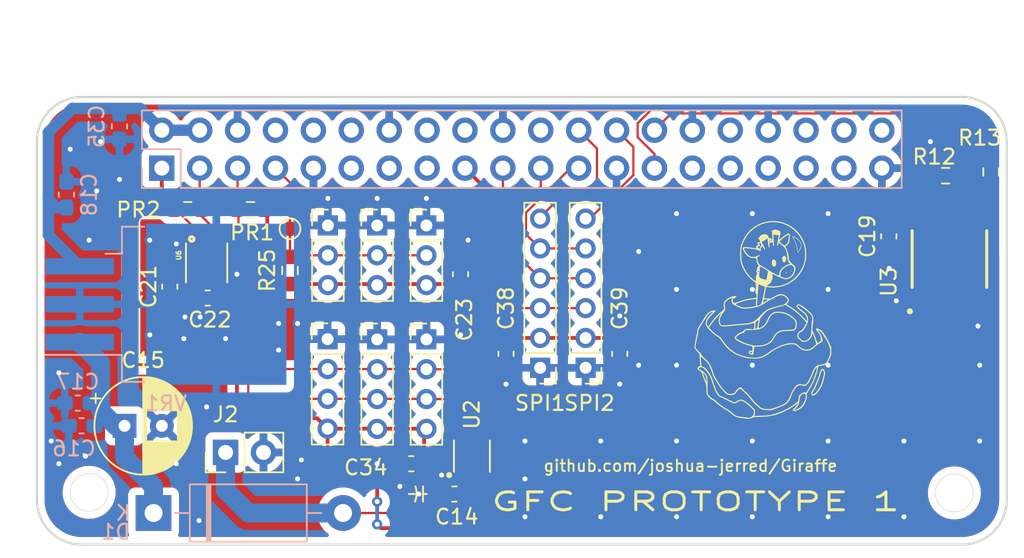
<source format=kicad_pcb>
(kicad_pcb (version 20211014) (generator pcbnew)
  (layers (0 "F.Cu" signal "Front") (31 "B.Cu" signal "Back") (34 "B.Paste" user) (35 "F.Paste" user) (36 "B.SilkS" user "B.Silkscreen") (37 "F.SilkS" user "F.Silkscreen") (38 "B.Mask" user) (39 "F.Mask" user) (44 "Edge.Cuts" user))
  (net 0 "")
  (net 1 "VCC")
  (net 2 "GND")
  (net 3 "+3V3")
  (net 4 "+5V")
  (net 5 "I2C0.SDA")
  (net 6 "I2C0.SCL")
  (net 7 "1-Wire")
  (net 8 "SPI0.MOSI")
  (net 9 "SPI0.MISO")
  (net 10 "SPI0.SCLK")
  (net 11 "SPI0.CE0")
  (net 12 "SPI0.CE1")
  (net 13 "EEPROM.SDA")
  (net 14 "EEPROM.SCL")
  (net 15 "/GFC_HAT/Power/VCC_P")
  (net 21 "/GFC_HAT/Status LED GPIO")
  (footprint "Capacitor_SMD:C_0603_1608Metric_Pad1.08x0.95mm_HandSolder" (layer "F.Cu") (at 90.424 47.244 90)
    (fp_text reference "C19" (at 0 -1.43 90) (layer "F.SilkS"))
    (fp_text value "0.1uF")
    (pad "1" smd roundrect (at -0.8625 0 90) (size 1.075 0.95) (layers "F.Cu" "F.Paste" "F.Mask") (net 2 "GND"))
    (pad "2" smd roundrect (at 0.8625 0 90) (size 1.075 0.95) (layers "F.Cu" "F.Paste" "F.Mask") (net 3 "+3V3"))
  )
  (footprint "Connector_PinHeader_2.00mm:PinHeader_1x03_P2.00mm_Vertical" (layer "F.Cu") (at 59.436 46.514)
    (fp_text reference "TMP2" hide)
    (fp_text value "1-Wire Bus")
    (pad "1" thru_hole rect (at 0 0) (size 1.35 1.35) (drill 0.8) (layers *.Cu *.Mask) (net 2 "GND"))
    (pad "2" thru_hole oval (at 0 2) (size 1.35 1.35) (drill 0.8) (layers *.Cu *.Mask) (net 7 "1-Wire"))
    (pad "3" thru_hole oval (at 0 4) (size 1.35 1.35) (drill 0.8) (layers *.Cu *.Mask) (net 3 "+3V3"))
  )
  (footprint "Resistor_SMD:R_0603_1608Metric_Pad0.98x0.95mm_HandSolder" (layer "F.Cu") (at 50.292 49.53 -90)
    (fp_text reference "R25" (at 0 1.524 90) (layer "F.SilkS"))
    (fp_text value "4.7k")
    (pad "1" smd roundrect (at -0.9125 0 270) (size 0.975 0.95) (layers "F.Cu" "F.Paste" "F.Mask") (net 7 "1-Wire"))
    (pad "2" smd roundrect (at 0.9125 0 270) (size 0.975 0.95) (layers "F.Cu" "F.Paste" "F.Mask") (net 3 "+3V3"))
  )
  (footprint "Resistor_SMD:R_0603_1608Metric_Pad0.98x0.95mm_HandSolder" (layer "F.Cu") (at 94.234 43.18 180)
    (fp_text reference "R12" (at 0.762 1.27) (layer "F.SilkS"))
    (fp_text value "3.9K")
    (pad "1" smd roundrect (at -0.9125 0 180) (size 0.975 0.95) (layers "F.Cu" "F.Paste" "F.Mask") (net 14 "EEPROM.SCL"))
    (pad "2" smd roundrect (at 0.9125 0 180) (size 0.975 0.95) (layers "F.Cu" "F.Paste" "F.Mask") (net 3 "+3V3"))
  )
  (footprint "footprints:SOIC127P600X175-8N" (layer "F.Cu") (at 94.488 48.768 90)
    (fp_text reference "U3" (at -1.524 -4.064 90) (layer "F.SilkS") (effects (font (size 1.001819 1.001819))))
    (fp_text value "CAT24C32WI-GT3")
    (pad "1" smd rect locked (at -2.6 -1.905) (size 0.6 2.2) (layers "F.Cu" "F.Paste" "F.Mask") (net 2 "GND"))
    (pad "2" smd rect locked (at -2.6 -0.635) (size 0.6 2.2) (layers "F.Cu" "F.Paste" "F.Mask") (net 2 "GND"))
    (pad "3" smd rect locked (at -2.6 0.635) (size 0.6 2.2) (layers "F.Cu" "F.Paste" "F.Mask") (net 2 "GND"))
    (pad "4" smd rect locked (at -2.6 1.905) (size 0.6 2.2) (layers "F.Cu" "F.Paste" "F.Mask") (net 2 "GND"))
    (pad "5" smd rect locked (at 2.6 1.905) (size 0.6 2.2) (layers "F.Cu" "F.Paste" "F.Mask") (net 13 "EEPROM.SDA"))
    (pad "6" smd rect locked (at 2.6 0.635) (size 0.6 2.2) (layers "F.Cu" "F.Paste" "F.Mask") (net 14 "EEPROM.SCL"))
    (pad "7" smd rect locked (at 2.6 -0.635) (size 0.6 2.2) (layers "F.Cu" "F.Paste" "F.Mask"))
    (pad "8" smd rect locked (at 2.6 -1.905) (size 0.6 2.2) (layers "F.Cu" "F.Paste" "F.Mask") (net 3 "+3V3"))
  )
  (footprint "Resistor_SMD:R_0603_1608Metric_Pad0.98x0.95mm_HandSolder" (layer "F.Cu") (at 47.6485 45.466 180)
    (fp_text reference "PR1" (at -0.1035 -1.524) (layer "F.SilkS"))
    (fp_text value "R")
    (pad "1" smd roundrect (at -0.9125 0 180) (size 0.975 0.95) (layers "F.Cu" "F.Paste" "F.Mask") (net 3 "+3V3"))
    (pad "2" smd roundrect (at 0.9125 0 180) (size 0.975 0.95) (layers "F.Cu" "F.Paste" "F.Mask") (net 6 "I2C0.SCL"))
  )
  (footprint "Capacitor_SMD:C_0603_1608Metric_Pad1.08x0.95mm_HandSolder" (layer "F.Cu") (at 72.39 55.118 90)
    (fp_text reference "C39" (at 3.048 0 90) (layer "F.SilkS"))
    (fp_text value "0.1uF")
    (pad "1" smd roundrect (at -0.8625 0 90) (size 1.075 0.95) (layers "F.Cu" "F.Paste" "F.Mask") (net 2 "GND"))
    (pad "2" smd roundrect (at 0.8625 0 90) (size 1.075 0.95) (layers "F.Cu" "F.Paste" "F.Mask") (net 3 "+3V3"))
  )
  (footprint "Capacitor_SMD:C_0603_1608Metric_Pad1.08x0.95mm_HandSolder" (layer "F.Cu") (at 61.3145 64.516 180)
    (fp_text reference "C14" (at -0.1535 -1.524) (layer "F.SilkS"))
    (fp_text value "0.1uF")
    (pad "1" smd roundrect (at -0.8625 0 180) (size 1.075 0.95) (layers "F.Cu" "F.Paste" "F.Mask") (net 1 "VCC"))
    (pad "2" smd roundrect (at 0.8625 0 180) (size 1.075 0.95) (layers "F.Cu" "F.Paste" "F.Mask") (net 2 "GND"))
  )
  (footprint "Capacitor_SMD:C_0603_1608Metric_Pad1.08x0.95mm_HandSolder" (layer "F.Cu") (at 64.77 55.118 90)
    (fp_text reference "C38" (at 3.048 0 90) (layer "F.SilkS"))
    (fp_text value "0.1uF")
    (pad "1" smd roundrect (at -0.8625 0 90) (size 1.075 0.95) (layers "F.Cu" "F.Paste" "F.Mask") (net 2 "GND"))
    (pad "2" smd roundrect (at 0.8625 0 90) (size 1.075 0.95) (layers "F.Cu" "F.Paste" "F.Mask") (net 3 "+3V3"))
  )
  (footprint "Connector_PinHeader_2.00mm:PinHeader_1x04_P2.00mm_Vertical" (layer "F.Cu") (at 59.436 54.15)
    (fp_text reference "I2C2" hide)
    (fp_text value "I2C0")
    (pad "1" thru_hole rect (at 0 0) (size 1.35 1.35) (drill 0.8) (layers *.Cu *.Mask) (net 2 "GND"))
    (pad "2" thru_hole oval (at 0 2) (size 1.35 1.35) (drill 0.8) (layers *.Cu *.Mask) (net 6 "I2C0.SCL"))
    (pad "3" thru_hole oval (at 0 4) (size 1.35 1.35) (drill 0.8) (layers *.Cu *.Mask) (net 5 "I2C0.SDA"))
    (pad "4" thru_hole oval (at 0 6) (size 1.35 1.35) (drill 0.8) (layers *.Cu *.Mask) (net 3 "+3V3"))
  )
  (footprint "Resistor_SMD:R_0603_1608Metric_Pad0.98x0.95mm_HandSolder" (layer "F.Cu") (at 43.434 45.466)
    (fp_text reference "PR2" (at -3.302 0) (layer "F.SilkS"))
    (fp_text value "R")
    (pad "1" smd roundrect (at -0.9125 0) (size 0.975 0.95) (layers "F.Cu" "F.Paste" "F.Mask") (net 3 "+3V3"))
    (pad "2" smd roundrect (at 0.9125 0) (size 0.975 0.95) (layers "F.Cu" "F.Paste" "F.Mask") (net 5 "I2C0.SDA"))
  )
  (footprint "footprints:PSON65P250X250X100-8N" (layer "F.Cu") (at 44.704 49.022 90)
    (fp_text reference "U6" (at 0.508 -1.866763 90) (layer "F.SilkS") (effects (font (size 0.321721 0.321721))))
    (fp_text value "BME280")
    (pad "1" smd roundrect locked (at 0.97 -0.975 90) (size 0.49 0.45) (layers "F.Cu" "F.Paste" "F.Mask") (roundrect_rratio 0.06) (net 2 "GND"))
    (pad "2" smd roundrect locked (at 0.97 -0.325 90) (size 0.49 0.45) (layers "F.Cu" "F.Paste" "F.Mask") (roundrect_rratio 0.06) (net 3 "+3V3"))
    (pad "3" smd roundrect locked (at 0.97 0.325 90) (size 0.49 0.45) (layers "F.Cu" "F.Paste" "F.Mask") (roundrect_rratio 0.06) (net 5 "I2C0.SDA"))
    (pad "4" smd roundrect locked (at 0.97 0.975 90) (size 0.49 0.45) (layers "F.Cu" "F.Paste" "F.Mask") (roundrect_rratio 0.06) (net 6 "I2C0.SCL"))
    (pad "5" smd roundrect locked (at -0.97 0.975 90) (size 0.49 0.45) (layers "F.Cu" "F.Paste" "F.Mask") (roundrect_rratio 0.06) (net 2 "GND"))
    (pad "6" smd roundrect locked (at -0.97 0.325 90) (size 0.49 0.45) (layers "F.Cu" "F.Paste" "F.Mask") (roundrect_rratio 0.06) (net 3 "+3V3"))
    (pad "7" smd roundrect locked (at -0.97 -0.325 90) (size 0.49 0.45) (layers "F.Cu" "F.Paste" "F.Mask") (roundrect_rratio 0.06) (net 2 "GND"))
    (pad "8" smd roundrect locked (at -0.97 -0.975 90) (size 0.49 0.45) (layers "F.Cu" "F.Paste" "F.Mask") (roundrect_rratio 0.06) (net 3 "+3V3"))
  )
  (footprint "footprints:logo" (layer "F.Cu") (at 82.042 52.578)
    (fp_text reference "G***" hide)
    (fp_text value "LOGO" hide)
  )
  (footprint "Connector_PinHeader_2.00mm:PinHeader_1x04_P2.00mm_Vertical" (layer "F.Cu") (at 52.811 54.135)
    (fp_text reference "I2C1" hide)
    (fp_text value "I2C0")
    (pad "1" thru_hole rect (at 0 0) (size 1.35 1.35) (drill 0.8) (layers *.Cu *.Mask) (net 2 "GND"))
    (pad "2" thru_hole oval (at 0 2) (size 1.35 1.35) (drill 0.8) (layers *.Cu *.Mask) (net 6 "I2C0.SCL"))
    (pad "3" thru_hole oval (at 0 4) (size 1.35 1.35) (drill 0.8) (layers *.Cu *.Mask) (net 5 "I2C0.SDA"))
    (pad "4" thru_hole oval (at 0 6) (size 1.35 1.35) (drill 0.8) (layers *.Cu *.Mask) (net 3 "+3V3"))
  )
  (footprint "Connector_PinHeader_2.54mm:PinHeader_1x02_P2.54mm_Vertical" (layer "F.Cu") (at 45.974 61.727 90)
    (fp_text reference "J2" (at 2.545 0 180) (layer "F.SilkS"))
    (fp_text value "BAT")
    (pad "1" thru_hole rect (at 0 0 90) (size 1.7 1.7) (drill 1) (layers *.Cu *.Mask) (net 1 "VCC"))
    (pad "2" thru_hole oval (at 0 2.54 90) (size 1.7 1.7) (drill 1) (layers *.Cu *.Mask) (net 2 "GND"))
  )
  (footprint "Connector_PinHeader_2.00mm:PinHeader_1x06_P2.00mm_Vertical" (layer "F.Cu") (at 70.104 56.054 180)
    (fp_text reference "SPI2" (at -0.254 -2.366) (layer "F.SilkS"))
    (fp_text value "SPI")
    (pad "1" thru_hole rect (at 0 0 180) (size 1.35 1.35) (drill 0.8) (layers *.Cu *.Mask) (net 2 "GND"))
    (pad "2" thru_hole oval (at 0 2 180) (size 1.35 1.35) (drill 0.8) (layers *.Cu *.Mask) (net 3 "+3V3"))
    (pad "3" thru_hole oval (at 0 4 180) (size 1.35 1.35) (drill 0.8) (layers *.Cu *.Mask) (net 8 "SPI0.MOSI"))
    (pad "4" thru_hole oval (at 0 6 180) (size 1.35 1.35) (drill 0.8) (layers *.Cu *.Mask) (net 9 "SPI0.MISO"))
    (pad "5" thru_hole oval (at 0 8 180) (size 1.35 1.35) (drill 0.8) (layers *.Cu *.Mask) (net 10 "SPI0.SCLK"))
    (pad "6" thru_hole oval (at 0 10 180) (size 1.35 1.35) (drill 0.8) (layers *.Cu *.Mask) (net 12 "SPI0.CE1"))
  )
  (footprint "Connector_PinHeader_2.00mm:PinHeader_1x06_P2.00mm_Vertical" (layer "F.Cu") (at 67.056 56.054 180)
    (fp_text reference "SPI1" (at 0 -2.366) (layer "F.SilkS"))
    (fp_text value "SPI")
    (pad "1" thru_hole rect (at 0 0 180) (size 1.35 1.35) (drill 0.8) (layers *.Cu *.Mask) (net 2 "GND"))
    (pad "2" thru_hole oval (at 0 2 180) (size 1.35 1.35) (drill 0.8) (layers *.Cu *.Mask) (net 3 "+3V3"))
    (pad "3" thru_hole oval (at 0 4 180) (size 1.35 1.35) (drill 0.8) (layers *.Cu *.Mask) (net 8 "SPI0.MOSI"))
    (pad "4" thru_hole oval (at 0 6 180) (size 1.35 1.35) (drill 0.8) (layers *.Cu *.Mask) (net 9 "SPI0.MISO"))
    (pad "5" thru_hole oval (at 0 8 180) (size 1.35 1.35) (drill 0.8) (layers *.Cu *.Mask) (net 10 "SPI0.SCLK"))
    (pad "6" thru_hole oval (at 0 10 180) (size 1.35 1.35) (drill 0.8) (layers *.Cu *.Mask) (net 11 "SPI0.CE0"))
  )
  (footprint "Connector_PinHeader_2.00mm:PinHeader_1x04_P2.00mm_Vertical" (layer "F.Cu") (at 56.134 54.15)
    (fp_text reference "I2C3" hide)
    (fp_text value "I2C0")
    (pad "1" thru_hole rect (at 0 0) (size 1.35 1.35) (drill 0.8) (layers *.Cu *.Mask) (net 2 "GND"))
    (pad "2" thru_hole oval (at 0 2) (size 1.35 1.35) (drill 0.8) (layers *.Cu *.Mask) (net 6 "I2C0.SCL"))
    (pad "3" thru_hole oval (at 0 4) (size 1.35 1.35) (drill 0.8) (layers *.Cu *.Mask) (net 5 "I2C0.SDA"))
    (pad "4" thru_hole oval (at 0 6) (size 1.35 1.35) (drill 0.8) (layers *.Cu *.Mask) (net 3 "+3V3"))
  )
  (footprint "Capacitor_SMD:C_0603_1608Metric_Pad1.08x0.95mm_HandSolder" (layer "F.Cu") (at 44.775 51.379 180)
    (fp_text reference "C22" (at -0.146267 -1.453) (layer "F.SilkS"))
    (fp_text value "0.1uF")
    (pad "1" smd roundrect (at -0.8625 0 180) (size 1.075 0.95) (layers "F.Cu" "F.Paste" "F.Mask") (net 3 "+3V3"))
    (pad "2" smd roundrect (at 0.8625 0 180) (size 1.075 0.95) (layers "F.Cu" "F.Paste" "F.Mask") (net 2 "GND"))
  )
  (footprint "Capacitor_SMD:C_0603_1608Metric_Pad1.08x0.95mm_HandSolder" (layer "F.Cu") (at 61.722 49.784 90)
    (fp_text reference "C23" (at -3.048 0.254 90) (layer "F.SilkS"))
    (fp_text value "0.1uF")
    (pad "1" smd roundrect (at -0.8625 0 90) (size 1.075 0.95) (layers "F.Cu" "F.Paste" "F.Mask") (net 3 "+3V3"))
    (pad "2" smd roundrect (at 0.8625 0 90) (size 1.075 0.95) (layers "F.Cu" "F.Paste" "F.Mask") (net 2 "GND"))
  )
  (footprint "Capacitor_THT:CP_Radial_D6.3mm_P2.50mm" (layer "F.Cu") (at 39.203621 59.944)
    (fp_text reference "C15" (at 1.25 -4.4) (layer "F.SilkS"))
    (fp_text value "100uF")
    (pad "1" thru_hole rect (at 0 0) (size 1.6 1.6) (drill 0.8) (layers *.Cu *.Mask) (net 15 "/GFC_HAT/Power/VCC_P"))
    (pad "2" thru_hole circle (at 2.5 0) (size 1.6 1.6) (drill 0.8) (layers *.Cu *.Mask) (net 2 "GND"))
  )
  (footprint "MAX17048G_T10:SON50P200X200X80-9N" (layer "F.Cu") (at 62.484 61.976 90)
    (fp_text reference "U2" (at 2.794 0 90) (layer "F.SilkS"))
    (fp_text value "MAX17048G+T10")
    (pad "1" smd roundrect (at -0.985 -0.75 90) (size 0.76 0.27) (layers "F.Cu" "F.Paste" "F.Mask") (roundrect_rratio 0.03) (net 2 "GND"))
    (pad "2" smd roundrect (at -0.985 -0.25 90) (size 0.76 0.27) (layers "F.Cu" "F.Paste" "F.Mask") (roundrect_rratio 0.03) (net 1 "VCC"))
    (pad "3" smd roundrect (at -0.985 0.25 90) (size 0.76 0.27) (layers "F.Cu" "F.Paste" "F.Mask") (roundrect_rratio 0.03) (net 3 "+3V3"))
    (pad "4" smd roundrect (at -0.985 0.75 90) (size 0.76 0.27) (layers "F.Cu" "F.Paste" "F.Mask") (roundrect_rratio 0.03) (net 2 "GND"))
    (pad "5" smd roundrect (at 0.985 0.75 90) (size 0.76 0.27) (layers "F.Cu" "F.Paste" "F.Mask") (roundrect_rratio 0.03))
    (pad "6" smd roundrect (at 0.985 0.25 90) (size 0.76 0.27) (layers "F.Cu" "F.Paste" "F.Mask") (roundrect_rratio 0.03) (net 2 "GND"))
    (pad "7" smd roundrect (at 0.985 -0.25 90) (size 0.76 0.27) (layers "F.Cu" "F.Paste" "F.Mask") (roundrect_rratio 0.03) (net 6 "I2C0.SCL"))
    (pad "8" smd roundrect (at 0.985 -0.75 90) (size 0.76 0.27) (layers "F.Cu" "F.Paste" "F.Mask") (roundrect_rratio 0.03) (net 5 "I2C0.SDA"))
    (pad "9" smd rect (at 0 0 90) (size 0.9 1.3) (layers "F.Cu" "F.Mask") (net 2 "GND"))
  )
  (footprint "Resistor_SMD:R_0603_1608Metric_Pad0.98x0.95mm_HandSolder" (layer "F.Cu") (at 97.282 42.926 -90)
    (fp_text reference "R13" (at -2.286 0.762 180) (layer "F.SilkS"))
    (fp_text value "3.9K")
    (pad "1" smd roundrect (at -0.9125 0 270) (size 0.975 0.95) (layers "F.Cu" "F.Paste" "F.Mask") (net 13 "EEPROM.SDA"))
    (pad "2" smd roundrect (at 0.9125 0 270) (size 0.975 0.95) (layers "F.Cu" "F.Paste" "F.Mask") (net 3 "+3V3"))
  )
  (footprint "TestPoint:TestPoint_Pad_D1.0mm" (layer "F.Cu") (at 50.292 46.736 -90)
    (fp_text reference "TP43" hide)
    (fp_text value "Test Point")
    (pad "1" smd circle (at 0 0 270) (size 1 1) (layers "F.Cu" "F.Mask") (net 7 "1-Wire"))
  )
  (footprint "Capacitor_SMD:C_0603_1608Metric_Pad1.08x0.95mm_HandSolder" (layer "F.Cu") (at 42.235 50.617 90)
    (fp_text reference "C21" (at 0 -1.4235 90) (layer "F.SilkS"))
    (fp_text value "0.1uF")
    (pad "1" smd roundrect (at -0.8625 0 90) (size 1.075 0.95) (layers "F.Cu" "F.Paste" "F.Mask") (net 2 "GND"))
    (pad "2" smd roundrect (at 0.8625 0 90) (size 1.075 0.95) (layers "F.Cu" "F.Paste" "F.Mask") (net 3 "+3V3"))
  )
  (footprint "Connector_PinHeader_2.00mm:PinHeader_1x03_P2.00mm_Vertical" (layer "F.Cu") (at 52.832 46.514)
    (fp_text reference "TMP1" hide)
    (fp_text value "1-Wire Bus")
    (pad "1" thru_hole rect (at 0 0) (size 1.35 1.35) (drill 0.8) (layers *.Cu *.Mask) (net 2 "GND"))
    (pad "2" thru_hole oval (at 0 2) (size 1.35 1.35) (drill 0.8) (layers *.Cu *.Mask) (net 7 "1-Wire"))
    (pad "3" thru_hole oval (at 0 4) (size 1.35 1.35) (drill 0.8) (layers *.Cu *.Mask) (net 3 "+3V3"))
  )
  (footprint "Connector_PinHeader_2.00mm:PinHeader_1x03_P2.00mm_Vertical" (layer "F.Cu") (at 56.134 46.514)
    (fp_text reference "TMP3" hide)
    (fp_text value "1-Wire Bus")
    (pad "1" thru_hole rect (at 0 0) (size 1.35 1.35) (drill 0.8) (layers *.Cu *.Mask) (net 2 "GND"))
    (pad "2" thru_hole oval (at 0 2) (size 1.35 1.35) (drill 0.8) (layers *.Cu *.Mask) (net 7 "1-Wire"))
    (pad "3" thru_hole oval (at 0 4) (size 1.35 1.35) (drill 0.8) (layers *.Cu *.Mask) (net 3 "+3V3"))
  )
  (footprint "Capacitor_SMD:C_0603_1608Metric_Pad1.08x0.95mm_HandSolder" (layer "F.Cu") (at 58.42 62.484)
    (fp_text reference "C34" (at -3.048 0.254) (layer "F.SilkS"))
    (fp_text value "0.1uF")
    (pad "1" smd roundrect (at -0.8625 0) (size 1.075 0.95) (layers "F.Cu" "F.Paste" "F.Mask") (net 2 "GND"))
    (pad "2" smd roundrect (at 0.8625 0) (size 1.075 0.95) (layers "F.Cu" "F.Paste" "F.Mask") (net 3 "+3V3"))
  )
  (footprint "Diode_THT:D_DO-15_P12.70mm_Horizontal" (layer "B.Cu") (at 41.148 65.786)
    (fp_text reference "D1" (at -2.54 1.27) (layer "B.SilkS") (effects (justify mirror)))
    (fp_text value "1N5400")
    (fp_text user "K" (at -2.032 0) (layer "B.SilkS") (effects (justify mirror)))
    (pad "1" thru_hole rect (at 0 0) (size 2.4 2.4) (drill 1.2) (layers *.Cu *.Mask) (net 15 "/GFC_HAT/Power/VCC_P"))
    (pad "2" thru_hole oval (at 12.7 0) (size 2.4 2.4) (drill 1.2) (layers *.Cu *.Mask) (net 1 "VCC"))
  )
  (footprint "Capacitor_SMD:C_0603_1608Metric_Pad1.08x0.95mm_HandSolder" (layer "B.Cu") (at 36.068 58.42 180)
    (fp_text reference "C17" (at 0 1.43) (layer "B.SilkS") (effects (justify mirror)))
    (fp_text value "0.1uF")
    (pad "1" smd roundrect (at -0.8625 0 180) (size 1.075 0.95) (layers "B.Cu" "B.Paste" "B.Mask") (net 15 "/GFC_HAT/Power/VCC_P"))
    (pad "2" smd roundrect (at 0.8625 0 180) (size 1.075 0.95) (layers "B.Cu" "B.Paste" "B.Mask") (net 2 "GND"))
  )
  (footprint "Capacitor_SMD:C_0603_1608Metric_Pad1.08x0.95mm_HandSolder" (layer "B.Cu") (at 38.862 39.878 -90)
    (fp_text reference "C35" (at 0 1.524 90) (layer "B.SilkS") (effects (justify mirror)))
    (fp_text value "100nF")
    (pad "1" smd roundrect (at -0.8625 0 270) (size 1.075 0.95) (layers "B.Cu" "B.Paste" "B.Mask") (net 4 "+5V"))
    (pad "2" smd roundrect (at 0.8625 0 270) (size 1.075 0.95) (layers "B.Cu" "B.Paste" "B.Mask") (net 2 "GND"))
  )
  (footprint "Package_TO_SOT_SMD:TO-263-3_TabPin2" (layer "B.Cu") (at 41.976 51.797)
    (fp_text reference "VR1" (at 0 6.65) (layer "B.SilkS") (effects (justify mirror)))
    (fp_text value "LM7805")
    (pad "1" smd rect (at -5.775 2.54) (size 4.6 1.1) (layers "B.Cu" "B.Paste" "B.Mask") (net 15 "/GFC_HAT/Power/VCC_P"))
    (pad "2" smd rect (at -5.775 0) (size 4.6 1.1) (layers "B.Cu" "B.Paste" "B.Mask") (net 2 "GND"))
    (pad "2" smd rect (at 3.375 0) (size 9.4 10.8) (layers "B.Cu" "B.Mask") (net 2 "GND"))
    (pad "3" smd rect (at -5.775 -2.54) (size 4.6 1.1) (layers "B.Cu" "B.Paste" "B.Mask") (net 4 "+5V"))
  )
  (footprint "Capacitor_SMD:C_0603_1608Metric_Pad1.08x0.95mm_HandSolder" (layer "B.Cu") (at 36.322 59.944 180)
    (fp_text reference "C16" (at 0.508 -1.524) (layer "B.SilkS") (effects (justify mirror)))
    (fp_text value "1uF")
    (pad "1" smd roundrect (at -0.8625 0 180) (size 1.075 0.95) (layers "B.Cu" "B.Paste" "B.Mask") (net 15 "/GFC_HAT/Power/VCC_P"))
    (pad "2" smd roundrect (at 0.8625 0 180) (size 1.075 0.95) (layers "B.Cu" "B.Paste" "B.Mask") (net 2 "GND"))
  )
  (footprint "Capacitor_SMD:C_0603_1608Metric_Pad1.08x0.95mm_HandSolder" (layer "B.Cu") (at 35.306 44.45 90)
    (fp_text reference "C18" (at 0 1.524 90) (layer "B.SilkS") (effects (justify mirror)))
    (fp_text value "0.1uF")
    (pad "1" smd roundrect (at -0.8625 0 90) (size 1.075 0.95) (layers "B.Cu" "B.Paste" "B.Mask") (net 4 "+5V"))
    (pad "2" smd roundrect (at 0.8625 0 90) (size 1.075 0.95) (layers "B.Cu" "B.Paste" "B.Mask") (net 2 "GND"))
  )
  (footprint "Connector_PinSocket_2.54mm:PinSocket_2x20_P2.54mm_Vertical" (layer "B.Cu") (at 41.7 42.672 -90)
    (fp_text reference "CPU2" hide)
    (fp_text value "Pi Zero/Zero W")
    (pad "1" thru_hole rect (at 0 0 270) (size 1.7 1.7) (drill 1) (layers *.Cu *.Mask) (net 3 "+3V3"))
    (pad "2" thru_hole oval (at -2.54 0 270) (size 1.7 1.7) (drill 1) (layers *.Cu *.Mask) (net 4 "+5V"))
    (pad "3" thru_hole oval (at 0 -2.54 270) (size 1.7 1.7) (drill 1) (layers *.Cu *.Mask) (net 5 "I2C0.SDA"))
    (pad "4" thru_hole oval (at -2.54 -2.54 270) (size 1.7 1.7) (drill 1) (layers *.Cu *.Mask) (net 4 "+5V"))
    (pad "5" thru_hole oval (at 0 -5.08 270) (size 1.7 1.7) (drill 1) (layers *.Cu *.Mask) (net 6 "I2C0.SCL"))
    (pad "6" thru_hole oval (at -2.54 -5.08 270) (size 1.7 1.7) (drill 1) (layers *.Cu *.Mask) (net 2 "GND"))
    (pad "7" thru_hole oval (at 0 -7.62 270) (size 1.7 1.7) (drill 1) (layers *.Cu *.Mask) (net 7 "1-Wire"))
    (pad "8" thru_hole oval (at -2.54 -7.62 270) (size 1.7 1.7) (drill 1) (layers *.Cu *.Mask))
    (pad "9" thru_hole oval (at 0 -10.16 270) (size 1.7 1.7) (drill 1) (layers *.Cu *.Mask) (net 2 "GND"))
    (pad "10" thru_hole oval (at -2.54 -10.16 270) (size 1.7 1.7) (drill 1) (layers *.Cu *.Mask))
    (pad "11" thru_hole oval (at 0 -12.7 270) (size 1.7 1.7) (drill 1) (layers *.Cu *.Mask))
    (pad "12" thru_hole oval (at -2.54 -12.7 270) (size 1.7 1.7) (drill 1) (layers *.Cu *.Mask))
    (pad "13" thru_hole oval (at 0 -15.24 270) (size 1.7 1.7) (drill 1) (layers *.Cu *.Mask))
    (pad "14" thru_hole oval (at -2.54 -15.24 270) (size 1.7 1.7) (drill 1) (layers *.Cu *.Mask) (net 2 "GND"))
    (pad "15" thru_hole oval (at 0 -17.78 270) (size 1.7 1.7) (drill 1) (layers *.Cu *.Mask))
    (pad "16" thru_hole oval (at -2.54 -17.78 270) (size 1.7 1.7) (drill 1) (layers *.Cu *.Mask) (net 21 "/GFC_HAT/Status LED GPIO"))
    (pad "17" thru_hole oval (at 0 -20.32 270) (size 1.7 1.7) (drill 1) (layers *.Cu *.Mask) (net 3 "+3V3"))
    (pad "18" thru_hole oval (at -2.54 -20.32 270) (size 1.7 1.7) (drill 1) (layers *.Cu *.Mask))
    (pad "19" thru_hole oval (at 0 -22.86 270) (size 1.7 1.7) (drill 1) (layers *.Cu *.Mask) (net 8 "SPI0.MOSI"))
    (pad "20" thru_hole oval (at -2.54 -22.86 270) (size 1.7 1.7) (drill 1) (layers *.Cu *.Mask) (net 2 "GND"))
    (pad "21" thru_hole oval (at 0 -25.4 270) (size 1.7 1.7) (drill 1) (layers *.Cu *.Mask) (net 9 "SPI0.MISO"))
    (pad "22" thru_hole oval (at -2.54 -25.4 270) (size 1.7 1.7) (drill 1) (layers *.Cu *.Mask))
    (pad "23" thru_hole oval (at 0 -27.94 270) (size 1.7 1.7) (drill 1) (layers *.Cu *.Mask) (net 10 "SPI0.SCLK"))
    (pad "24" thru_hole oval (at -2.54 -27.94 270) (size 1.7 1.7) (drill 1) (layers *.Cu *.Mask) (net 11 "SPI0.CE0"))
    (pad "25" thru_hole oval (at 0 -30.48 270) (size 1.7 1.7) (drill 1) (layers *.Cu *.Mask) (net 2 "GND"))
    (pad "26" thru_hole oval (at -2.54 -30.48 270) (size 1.7 1.7) (drill 1) (layers *.Cu *.Mask) (net 12 "SPI0.CE1"))
    (pad "27" thru_hole oval (at 0 -33.02 270) (size 1.7 1.7) (drill 1) (layers *.Cu *.Mask) (net 13 "EEPROM.SDA"))
    (pad "28" thru_hole oval (at -2.54 -33.02 270) (size 1.7 1.7) (drill 1) (layers *.Cu *.Mask) (net 14 "EEPROM.SCL"))
    (pad "29" thru_hole oval (at 0 -35.56 270) (size 1.7 1.7) (drill 1) (layers *.Cu *.Mask))
    (pad "30" thru_hole oval (at -2.54 -35.56 270) (size 1.7 1.7) (drill 1) (layers *.Cu *.Mask) (net 2 "GND"))
    (pad "31" thru_hole oval (at 0 -38.1 270) (size 1.7 1.7) (drill 1) (layers *.Cu *.Mask))
    (pad "32" thru_hole oval (at -2.54 -38.1 270) (size 1.7 1.7) (drill 1) (layers *.Cu *.Mask))
    (pad "33" thru_hole oval (at 0 -40.64 270) (size 1.7 1.7) (drill 1) (layers *.Cu *.Mask))
    (pad "34" thru_hole oval (at -2.54 -40.64 270) (size 1.7 1.7) (drill 1) (layers *.Cu *.Mask) (net 2 "GND"))
    (pad "35" thru_hole oval (at 0 -43.18 270) (size 1.7 1.7) (drill 1) (layers *.Cu *.Mask))
    (pad "36" thru_hole oval (at -2.54 -43.18 270) (size 1.7 1.7) (drill 1) (layers *.Cu *.Mask))
    (pad "37" thru_hole oval (at 0 -45.72 270) (size 1.7 1.7) (drill 1) (layers *.Cu *.Mask))
    (pad "38" thru_hole oval (at -2.54 -45.72 270) (size 1.7 1.7) (drill 1) (layers *.Cu *.Mask))
    (pad "39" thru_hole oval (at 0 -48.26 270) (size 1.7 1.7) (drill 1) (layers *.Cu *.Mask) (net 2 "GND"))
    (pad "40" thru_hole oval (at -2.54 -48.26 270) (size 1.7 1.7) (drill 1) (layers *.Cu *.Mask))
  )
  (gr_line (start 59.207945 64.513099) (end 59.461945 64.513099) (layer "F.SilkS") (width 0.127))
  (gr_arc (start 58.699945 64.005099) (mid 58.7745 64.516) (end 58.667484 65.021099) (layer "F.SilkS") (width 0.127))
  (gr_line (start 59.207945 64.005099) (end 59.207945 65.021099) (layer "F.SilkS") (width 0.127))
  (gr_line (start 58.636445 64.513099) (end 58.255445 64.513099) (layer "F.SilkS") (width 0.127))
  (gr_arc (start 95.33 37.902) (mid 97.45132 38.78068) (end 98.33 40.902) (layer "Edge.Cuts") (width 0.15))
  (gr_arc (start 33.33 40.902) (mid 34.20868 38.78068) (end 36.33 37.902) (layer "Edge.Cuts") (width 0.15))
  (gr_line (start 36.33 37.902) (end 95.33 37.902) (layer "Edge.Cuts") (width 0.15))
  (gr_circle (center 36.83 64.4) (end 38.1 64.4) (layer "Edge.Cuts") (width 0.0381) (fill none))
  (gr_line (start 98.33 40.902) (end 98.33 64.902) (layer "Edge.Cuts") (width 0.15))
  (gr_line (start 95.33 67.902) (end 36.33 67.902) (layer "Edge.Cuts") (width 0.15))
  (gr_circle (center 94.82 64.44) (end 94.82 65.71) (layer "Edge.Cuts") (width 0.0381) (fill none))
  (gr_arc (start 98.33 64.902) (mid 97.45132 67.02332) (end 95.33 67.902) (layer "Edge.Cuts") (width 0.15))
  (gr_arc (start 36.33 67.902) (mid 34.20868 67.02332) (end 33.33 64.902) (layer "Edge.Cuts") (width 0.15))
  (gr_line (start 33.33 64.902) (end 33.33 40.902) (layer "Edge.Cuts") (width 0.15))
  (gr_text "github.com/joshua-jerred/Giraffe" (at 77.134 62.626) (layer "F.SilkS") (effects (font (size 0.762 0.762) (thickness 0.127))))
  (gr_text "GFC PROTOTYPE 1" (at 77.47 65.024) (layer "F.SilkS") (effects (font (size 1.2 2) (thickness 0.2))))
  (segment (start 62.177 64.516) (end 62.177 63.018) (width 0.1524) (layer "F.Cu") (net 1))
  (segment (start 53.848 65.786) (end 61.976 65.786) (width 0.1524) (layer "F.Cu") (net 1))
  (segment (start 62.23 65.532) (end 62.23 64.569) (width 0.1524) (layer "F.Cu") (net 1))
  (segment (start 61.976 65.786) (end 62.23 65.532) (width 0.1524) (layer "F.Cu") (net 1))
  (segment (start 62.23 64.569) (end 62.177 64.516) (width 0.1524) (layer "F.Cu") (net 1))
  (segment (start 47.498 65.786) (end 53.848 65.786) (width 1.27) (layer "B.Cu") (net 1))
  (segment (start 45.974 64.262) (end 47.498 65.786) (width 1.27) (layer "B.Cu") (net 1))
  (segment (start 45.974 61.727) (end 45.974 64.262) (width 1.27) (layer "B.Cu") (net 1))
  (segment (start 61.722 46.99) (end 61.246 46.514) (width 0.254) (layer "F.Cu") (net 2))
  (segment (start 96.393 51.368) (end 92.583 51.368) (width 0.508) (layer "F.Cu") (net 2))
  (segment (start 60.737 62.961) (end 60.452 63.246) (width 0.1524) (layer "F.Cu") (net 2))
  (segment (start 60.452 63.10554) (end 60.452 63.246) (width 0.1524) (layer "F.Cu") (net 2))
  (segment (start 52.811 54.135) (end 59.421 54.135) (width 0.254) (layer "F.Cu") (net 2))
  (segment (start 61.722 48.9215) (end 61.722 46.99) (width 0.254) (layer "F.Cu") (net 2))
  (segment (start 92.583 51.368) (end 91.126 51.368) (width 0.508) (layer "F.Cu") (net 2))
  (segment (start 61.734 62.961) (end 60.737 62.961) (width 0.1524) (layer "F.Cu") (net 2))
  (segment (start 42.972 48.052) (end 42.672 47.752) (width 0.1524) (layer "F.Cu") (net 2))
  (segment (start 43.251 52.4955) (end 43.251 52.649) (width 0.1524) (layer "F.Cu") (net 2))
  (segment (start 59.421 54.135) (end 59.436 54.15) (width 0.254) (layer "F.Cu") (net 2))
  (segment (start 61.58154 61.976) (end 60.452 63.10554) (width 0.1524) (layer "F.Cu") (net 2))
  (segment (start 60.452 64.516) (end 61.734 63.234) (width 0.1524) (layer "F.Cu") (net 2))
  (segment (start 44.379 50.9125) (end 43.9125 51.379) (width 0.1524) (layer "F.Cu") (net 2))
  (segment (start 43.9125 51.379) (end 43.9125 52.2945) (width 0.1524) (layer "F.Cu") (net 2))
  (segment (start 43.9125 51.379) (end 42.3355 51.379) (width 0.1524) (layer "F.Cu") (net 2))
  (segment (start 42.235 51.4795) (end 43.251 52.4955) (width 0.1524) (layer "F.Cu") (net 2))
  (segment (start 42.3355 51.379) (end 42.235 51.4795) (width 0.1524) (layer "F.Cu") (net 2))
  (segment (start 52.832 46.514) (end 59.436 46.514) (width 0.254) (layer "F.Cu") (net 2))
  (segment (start 62.484 61.976) (end 61.58154 61.976) (width 0.1524) (layer "F.Cu") (net 2))
  (segment (start 63.234 61.891861) (end 62.734 61.391861) (width 0.1524) (layer "F.Cu") (net 2))
  (segment (start 63.234 62.961) (end 63.234 61.891861) (width 0.1524) (layer "F.Cu") (net 2))
  (segment (start 45.679 49.992) (end 46.528 49.992) (width 0.1524) (layer "F.Cu") (net 2))
  (segment (start 46.528 49.992) (end 46.736 49.784) (width 0.1524) (layer "F.Cu") (net 2))
  (segment (start 91.126 51.368) (end 90.932 51.562) (width 0.508) (layer "F.Cu") (net 2))
  (segment (start 43.729 48.052) (end 42.972 48.052) (width 0.1524) (layer "F.Cu") (net 2))
  (segment (start 64.77 55.9805) (end 72.39 55.9805) (width 0.254) (layer "F.Cu") (net 2))
  (segment (start 44.379 49.992) (end 44.379 50.9125) (width 0.1524) (layer "F.Cu") (net 2))
  (segment (start 62.734 61.391861) (end 62.734 60.991) (width 0.1524) (layer "F.Cu") (net 2))
  (segment (start 57.5575 62.484) (end 56.134 62.484) (width 0.254) (layer "F.Cu") (net 2))
  (segment (start 61.246 46.514) (end 59.436 46.514) (width 0.254) (layer "F.Cu") (net 2))
  (segment (start 43.9125 52.2945) (end 44.267 52.649) (width 0.1524) (layer "F.Cu") (net 2))
  (via (at 42.672 47.752) (size 0.6858) (drill 0.3302) (layers "F.Cu" "B.Cu") (net 2))
  (via (at 51.054 62.23) (size 0.6858) (drill 0.3302) (layers "F.Cu" "B.Cu") (net 2))
  (via (at 45.974 54.102) (size 0.6858) (drill 0.3302) (layers "F.Cu" "B.Cu") (net 2))
  (via (at 34.798 56.388) (size 0.6858) (drill 0.3302) (layers "F.Cu" "B.Cu") (net 2))
  (via (at 37.338 44.196) (size 0.6858) (drill 0.3302) (layers "F.Cu" "B.Cu") (net 2))
  (via (at 91.44 66.04) (size 0.6858) (drill 0.3302) (layers "F.Cu" "B.Cu") (net 2))
  (via (at 64.77 57.15) (size 0.6858) (drill 0.3302) (layers "F.Cu" "B.Cu") (net 2))
  (via (at 42.672 62.484) (size 0.6858) (drill 0.3302) (layers "F.Cu" "B.Cu") (net 2))
  (via (at 35.56 41.402) (size 0.6858) (drill 0.3302) (layers "F.Cu" "B.Cu") (net 2))
  (via (at 96.52 60.96) (size 0.6858) (drill 0.3302) (layers "F.Cu" "B.Cu") (net 2))
  (via (at 66.04 60.96) (size 0.6858) (drill 0.3302) (layers "F.Cu" "B.Cu") (net 2))
  (via (at 56.134 44.704) (size 0.6858) (drill 0.3302) (layers "F.Cu" "B.Cu") (net 2))
  (via (at 76.2 66.04) (size 0.6858) (drill 0.3302) (layers "F.Cu" "B.Cu") (net 2))
  (via (at 58.928 64.516) (size 0.6858) (drill 0.3302) (layers "F.Cu" "B.Cu") (net 2))
  (via (at 60.452 63.246) (size 0.6858) (drill 0.3302) (layers "F.Cu" "B.Cu") (net 2))
  (via (at 49.53 53.086) (size 0.6858) (drill 0.3302) (layers "F.Cu" "B.Cu") (net 2))
  (via (at 34.29 60.96) (size 0.6858) (drill 0.3302) (layers "F.Cu" "B.Cu") (net 2))
  (via (at 90.45 49.39) (size 0.6858) (drill 0.3302) (layers "F.Cu" "B.Cu") (net 2))
  (via (at 93.218 40.894) (size 0.6858) (drill 0.3302) (layers "F.Cu" "B.Cu") (net 2))
  (via (at 76.2 45.72) (size 0.6858) (drill 0.3302) (layers "F.Cu" "B.Cu") (net 2))
  (via (at 73.66 48.26) (size 0.6858) (drill 0.3302) (layers "F.Cu" "B.Cu") (net 2))
  (via (at 43.18 54.102) (size 0.6858) (drill 0.3302) (layers "F.Cu" "B.Cu") (net 2))
  (via (at 44.704 58.674) (size 0.6858) (drill 0.3302) (layers "F.Cu" "B.Cu") (net 2))
  (via (at 73.66 55.88) (size 0.6858) (drill 0.3302) (layers "F.Cu" "B.Cu") (net 2))
  (via (at 86.36 50.8) (size 0.6858) (drill 0.3302) (layers "F.Cu" "B.Cu") (net 2))
  (via (at 86.36 45.72) (size 0.6858) (drill 0.3302) (layers "F.Cu" "B.Cu") (net 2))
  (via (at 91.44 60.96) (size 0.6858) (drill 0.3302) (layers "F.Cu" "B.Cu") (net 2))
  (via (at 50.8 53.086) (size 0.6858) (drill 0.3302) (layers "F.Cu" "B.Cu") (net 2))
  (via (at 86.36 66.04) (size 0.6858) (drill 0.3302) (layers "F.Cu" "B.Cu") (net 2))
  (via (at 56.134 62.484) (size 0.6858) (drill 0.3302) (layers "F.Cu" "B.Cu") (net 2))
  (via (at 61.722 53.848) (size 0.6858) (drill 0.3302) (layers "F.Cu" "B.Cu") (net 2))
  (via (at 96.4 53.26) (size 0.6858) (drill 0.3302) (layers "F.Cu" "B.Cu") (net 2))
  (via (at 44.196 66.294) (size 0.6858) (drill 0.3302) (layers "F.Cu" "B.Cu") (net 2))
  (via (at 50.8 63.5) (size 0.6858) (drill 0.3302) (layers "F.Cu" "B.Cu") (net 2))
  (via (at 49.53 54.864) (size 0.6858) (drill 0.3302) (layers "F.Cu" "B.Cu") (net 2))
  (via (at 59.436 44.704) (size 0.6858) (drill 0.3302) (layers "F.Cu" "B.Cu") (net 2))
  (via (at 34.798 62.484) (size 0.6858) (drill 0.3302) (layers "F.Cu" "B.Cu") (net 2))
  (via (at 86.36 60.96) (size 0.6858) (drill 0.3302) (layers "F.Cu" "B.Cu") (net 2))
  (via (at 46.736 49.784) (size 0.6858) (drill 0.3302) (layers "F.Cu" "B.Cu") (net 2))
  (via (at 96.52 55.88) (size 0.6858) (drill 0.3302) (layers "F.Cu" "B.Cu") (net 2))
  (via (at 81.28 55.88) (size 0.6858) (drill 0.3302) (layers "F.Cu" "B.Cu") (net 2))
  (via (at 76.2 50.8) (size 0.6858) (drill 0.3302) (layers "F.Cu" "B.Cu") (net 2))
  (via (at 81.28 66.04) (size 0.6858) (drill 0.3302) (layers "F.Cu" "B.Cu") (net 2))
  (via (at 71.12 66.04) (size 0.6858) (drill 0.3302) (layers "F.Cu" "B.Cu") (net 2))
  (via (at 66.04 63.5) (size 0.6858) (drill 0.3302) (layers "F.Cu" "B.Cu") (net 2))
  (via (at 76.2 55.88) (size 0.6858) (drill 0.3302) (layers "F.Cu" "B.Cu") (net 2))
  (via (at 52.832 44.704) (size 0.6858) (drill 0.3302) (layers "F.Cu" "B.Cu") (net 2))
  (via (at 43.251 52.649) (size 0.6858) (drill 0.3302) (layers "F.Cu" "B.Cu") (net 2))
  (via (at 72.39 52.578) (size 0.6858) (drill 0.3302) (layers "F.Cu" "B.Cu") (net 2))
  (via (at 90.932 51.562) (size 0.6858) (drill 0.3302) (layers "F.Cu" "B.Cu") (net 2))
  (via (at 36.576 61.976) (size 0.6858) (drill 0.3302) (layers "F.Cu" "B.Cu") (net 2))
  (via (at 38.862 43.434) (size 0.6858) (drill 0.3302) (layers "F.Cu" "B.Cu") (net 2))
  (via (at 62.23 47.498) (size 0.6858) (drill 0.3302) (layers "F.Cu" "B.Cu") (net 2))
  (via (at 37.592 40.894) (size 0.6858) (drill 0.3302) (layers "F.Cu" "B.Cu") (net 2))
  (via (at 72.39 57.15) (size 0.6858) (drill 0.3302) (layers "F.Cu" "B.Cu") (net 2))
  (via (at 86.36 55.88) (size 0.6858) (drill 0.3302) (layers "F.Cu" "B.Cu") (net 2))
  (via (at 40.894 53.848) (size 0.6858) (drill 0.3302) (layers "F.Cu" "B.Cu") (net 2))
  (via (at 76.2 60.96) (size 0.6858) (drill 0.3302) (layers "F.Cu" "B.Cu") (net 2))
  (via (at 36.83 47.498) (size 0.6858) (drill 0.3302) (layers "F.Cu" "B.Cu") (net 2))
  (via (at 57.658 64.008) (size 0.6858) (drill 0.3302) (layers "F.Cu" "B.Cu") (net 2))
  (via (at 71.12 60.96) (size 0.6858) (drill 0.3302) (layers "F.Cu" "B.Cu") (net 2))
  (via (at 40.894 47.498) (size 0.6858) (drill 0.3302) (layers "F.Cu" "B.Cu") (net 2))
  (via (at 81.28 50.8) (size 0.6858) (drill 0.3302) (layers "F.Cu" "B.Cu") (net 2))
  (via (at 81.28 45.72) (size 0.6858) (drill 0.3302) (layers "F.Cu" "B.Cu") (net 2))
  (via (at 66.04 66.04) (size 0.6858) (drill 0.3302) (layers "F.Cu" "B.Cu") (net 2))
  (via (at 44.267 52.649) (size 0.6858) (drill 0.3302) (layers "F.Cu" "B.Cu") (net 2))
  (via (at 81.28 60.96) (size 0.6858) (drill 0.3302) (layers "F.Cu" "B.Cu") (net 2))
  (segment (start 44.153895 48.725895) (end 44.153895 48.471895) (width 0.1524) (layer "F.Cu") (net 3))
  (segment (start 63.627 53.975) (end 63.754 54.102) (width 0.1524) (layer "F.Cu") (net 3))
  (segment (start 92.3695 46.3815) (end 92.583 46.168) (width 0.254) (layer "F.Cu") (net 3))
  (segment (start 45.029 49.992) (end 45.029 49.601) (width 0.1524) (layer "F.Cu") (net 3))
  (segment (start 70.104 54.054) (end 88.44 54.054) (width 0.254) (layer "F.Cu") (net 3))
  (segment (start 52.811 62.717) (end 53.34 63.246) (width 0.254) (layer "F.Cu") (net 3))
  (segment (start 62.02 42.672) (end 63.246 43.898) (width 0.254) (layer "F.Cu") (net 3))
  (segment (start 97.536 44.0925) (end 97.536 47.752) (width 0.1524) (layer "F.Cu") (net 3))
  (segment (start 64.008 66.548) (end 64.008 63.754) (width 0.254) (layer "F.Cu") (net 3))
  (segment (start 46.482 55.88) (end 46.736 56.134) (width 0.254) (layer "F.Cu") (net 3))
  (segment (start 63.754 54.102) (end 63.706 54.054) (width 0.254) (layer "F.Cu") (net 3))
  (segment (start 42.672 45.466) (end 44.379 47.173) (width 0.1524) (layer "F.Cu") (net 3))
  (segment (start 43.729 48.89679) (end 44.153895 48.471895) (width 0.1524) (layer "F.Cu") (net 3))
  (segment (start 53.34 63.246) (end 55.372 63.246) (width 0.254) (layer "F.Cu") (net 3))
  (segment (start 50.292 50.4425) (end 49.6805 50.4425) (width 0.254) (layer "F.Cu") (net 3))
  (segment (start 41.7 44.6445) (end 42.5215 45.466) (width 0.254) (layer "F.Cu") (net 3))
  (segment (start 97.536 47.752) (end 97.028 48.26) (width 0.1524) (layer "F.Cu") (net 3))
  (segment (start 52.112 59.436) (end 52.811 60.135) (width 0.254) (layer "F.Cu") (net 3))
  (segment (start 67.056 54.054) (end 65.738 54.054) (width 0.254) (layer "F.Cu") (net 3))
  (segment (start 63.706 54.054) (end 63.627 53.975) (width 0.254) (layer "F.Cu") (net 3))
  (segment (start 65.738 54.054) (end 63.706 54.054) (width 0.254) (layer "F.Cu") (net 3))
  (segment (start 63.246 50.546) (end 63.246 53.594) (width 0.254) (layer "F.Cu") (net 3))
  (segment (start 97.282 43.8385) (end 97.536 44.0925) (width 0.1524) (layer "F.Cu") (net 3))
  (segment (start 63.246 43.898) (end 63.246 43.942) (width 0.254) (layer "F.Cu") (net 3))
  (segment (start 63.754 66.802) (end 64.008 66.548) (width 0.254) (layer "F.Cu") (net 3))
  (segment (start 39.624 55.626) (end 39.878 55.88) (width 0.254) (layer "F.Cu") (net 3))
  (segment (start 56.134 66.548) (end 56.388 66.802) (width 0.254) (layer "F.Cu") (net 3))
  (segment (start 64.008 60.198) (end 63.754 59.944) (width 0.254) (layer "F.Cu") (net 3))
  (segment (start 43.4915 49.7545) (end 43.729 49.992) (width 0.1524) (layer "F.Cu") (net 3))
  (segment (start 45.029 50.7705) (end 45.029 49.992) (width 0.1524) (layer "F.Cu") (net 3))
  (segment (start 93.218 48.26) (end 92.583 47.625) (width 0.1524) (layer "F.Cu") (net 3))
  (segment (start 46.736 56.134) (end 46.736 59.436) (width 0.254) (layer "F.Cu") (net 3))
  (segment (start 63.627 53.975) (end 63.246 53.594) (width 0.254) (layer "F.Cu") (net 3))
  (segment (start 44.379 47.173) (end 44.379 48.052) (width 0.1524) (layer "F.Cu") (net 3))
  (segment (start 42.5215 45.466) (end 39.878 45.466) (width 0.254) (layer "F.Cu") (net 3))
  (segment (start 88.9 53.594) (end 88.9 46.736) (width 0.254) (layer "F.Cu") (net 3))
  (segment (start 42.235 49.7545) (end 43.4915 49.7545) (width 0.1524) (layer "F.Cu") (net 3))
  (segment (start 45.029 49.601) (end 44.153895 48.725895) (width 0.1524) (layer "F.Cu") (net 3))
  (segment (start 59.421 60.135) (end 59.436 60.15) (width 0.254) (layer "F.Cu") (net 3))
  (segment (start 67.056 54.054) (end 70.104 54.054) (width 0.254) (layer "F.Cu") (net 3))
  (segment (start 39.624 45.72) (end 39.624 55.626) (width 0.254) (layer "F.Cu") (net 3))
  (segment (start 56.388 66.802) (end 63.754 66.802) (width 0.254) (layer "F.Cu") (net 3))
  (segment (start 97.028 48.26) (end 93.218 48.26) (width 0.1524) (layer "F.Cu") (net 3))
  (segment (start 39.878 45.466) (end 39.624 45.72) (width 0.254) (layer "F.Cu") (net 3))
  (segment (start 90.424 46.3815) (end 92.3695 46.3815) (width 0.254) (layer "F.Cu") (net 3))
  (segment (start 93.3215 43.18) (end 92.583 43.9185) (width 0.1524) (layer "F.Cu") (net 3))
  (segment (start 50.292 50.4425) (end 61.518 50.4425) (width 0.254) (layer "F.Cu") (net 3))
  (segment (start 52.811 60.135) (end 52.811 62.717) (width 0.254) (layer "F.Cu") (net 3))
  (segment (start 48.768 49.53) (end 48.768 45.5695) (width 0.254) (layer "F.Cu") (net 3))
  (segment (start 59.2825 62.484) (end 59.2825 60.3035) (width 0.254) (layer "F.Cu") (net 3))
  (segment (start 64.008 63.754) (end 64.008 60.198) (width 0.254) (layer "F.Cu") (net 3))
  (segment (start 59.2825 60.3035) (end 59.436 60.15) (width 0.254) (layer "F.Cu") (net 3))
  (segment (start 44.153895 48.471895) (end 44.379 48.24679) (width 0.1524) (layer "F.Cu") (net 3))
  (segment (start 44.379 48.24679) (end 44.379 48.052) (width 0.1524) (layer "F.Cu") (net 3))
  (segment (start 63.754 59.944) (end 63.754 54.102) (width 0.254) (layer "F.Cu") (net 3))
  (segment (start 48.768 45.5695) (end 48.6645 45.466) (width 0.254) (layer "F.Cu") (net 3))
  (segment (start 88.44 54.054) (end 88.9 53.594) (width 0.254) (layer "F.Cu") (net 3))
  (segment (start 55.372 63.246) (end 56.134 64.008) (width 0.254) (layer "F.Cu") (net 3))
  (segment (start 63.1455 50.6465) (end 63.246 50.546) (width 0.254) (layer "F.Cu") (net 3))
  (segment (start 43.729 49.992) (end 43.729 48.89679) (width 0.1524) (layer "F.Cu") (net 3))
  (segment (start 41.7 42.672) (end 41.7 44.6445) (width 0.254) (layer "F.Cu") (net 3))
  (segment (start 63.754 64.008) (end 63.380139 64.008) (width 0.1524) (layer "F.Cu") (net 3))
  (segment (start 56.134 64.008) (end 56.134 65.024) (width 0.254) (layer "F.Cu") (net 3))
  (segment (start 62.734 63.361861) (end 62.734 62.961) (width 0.1524) (layer "F.Cu") (net 3))
  (segment (start 92.583 43.9185) (end 92.583 46.168) (width 0.1524) (layer "F.Cu") (net 3))
  (segment (start 63.380139 64.008) (end 62.734 63.361861) (width 0.1524) (layer "F.Cu") (net 3))
  (segment (start 61.722 50.6465) (end 63.1455 50.6465) (width 0.254) (layer "F.Cu") (net 3))
  (segment (start 88.9 46.736) (end 89.154 46.482) (width 0.254) (layer "F.Cu") (net 3))
  (segment (start 45.6375 51.379) (end 45.029 50.7705) (width 0.1524) (layer "F.Cu") (net 3))
  (segment (start 90.3235 46.482) (end 90.424 46.3815) (width 0.254) (layer "F.Cu") (net 3))
  (segment (start 42.5215 45.466) (end 42.672 45.466) (width 0.1524) (layer "F.Cu") (net 3))
  (segment (start 89.154 46.482) (end 90.3235 46.482) (width 0.254) (layer "F.Cu") (net 3))
  (segment (start 61.518 50.4425) (end 61.722 50.6465) (width 0.254) (layer "F.Cu") (net 3))
  (segment (start 46.736 59.436) (end 52.112 59.436) (width 0.254) (layer "F.Cu") (net 3))
  (segment (start 64.008 63.754) (end 63.754 64.008) (width 0.1524) (layer "F.Cu") (net 3))
  (segment (start 39.878 55.88) (end 46.482 55.88) (width 0.254) (layer "F.Cu") (net 3))
  (segment (start 49.6805 50.4425) (end 48.768 49.53) (width 0.254) (layer "F.Cu") (net 3))
  (segment (start 52.811 60.135) (end 59.421 60.135) (width 0.254) (layer "F.Cu") (net 3))
  (segment (start 63.246 43.942) (end 63.246 50.546) (width 0.254) (layer "F.Cu") (net 3))
  (segment (start 92.583 47.625) (end 92.583 46.168) (width 0.1524) (layer "F.Cu") (net 3))
  (via (at 56.134 66.548) (size 0.6858) (drill 0.3302) (layers "F.Cu" "B.Cu") (net 3))
  (via (at 56.134 65.024) (size 0.6858) (drill 0.3302) (layers "F.Cu" "B.Cu") (net 3))
  (segment (start 56.134 65.024) (end 56.134 66.548) (width 0.254) (layer "B.Cu") (net 3))
  (segment (start 41.7 40.132) (end 44.24 40.132) (width 0.762) (layer "B.Cu") (net 4))
  (segment (start 40.238999 38.670999) (end 35.698782 38.670999) (width 0.762) (layer "B.Cu") (net 4))
  (segment (start 34.098999 44.766999) (end 34.098999 47.154999) (width 0.762) (layer "B.Cu") (net 4))
  (segment (start 34.6445 45.3125) (end 34.098999 44.766999) (width 0.762) (layer "B.Cu") (net 4))
  (segment (start 34.098999 44.512999) (end 34.098999 44.766999) (width 0.762) (layer "B.Cu") (net 4))
  (segment (start 35.698782 38.670999) (end 34.098999 40.270782) (width 0.762) (layer "B.Cu") (net 4))
  (segment (start 41.7 40.132) (end 40.238999 38.670999) (width 0.762) (layer "B.Cu") (net 4))
  (segment (start 34.098999 40.270782) (end 34.098999 44.512999) (width 0.762) (layer "B.Cu") (net 4))
  (segment (start 34.098999 47.154999) (end 36.201 49.257) (width 0.762) (layer "B.Cu") (net 4))
  (segment (start 35.306 45.3125) (end 34.6445 45.3125) (width 0.762) (layer "B.Cu") (net 4))
  (segment (start 52.811 58.135) (end 59.421 58.135) (width 0.1524) (layer "F.Cu") (net 5))
  (segment (start 61.734 60.991) (end 61.734 59.932) (width 0.1524) (layer "F.Cu") (net 5))
  (segment (start 61.734 58.432) (end 61.452 58.15) (width 0.1524) (layer "F.Cu") (net 5))
  (segment (start 44.24 42.672) (end 44.24 45.676) (width 0.1524) (layer "F.Cu") (net 5))
  (segment (start 44.196 45.72) (end 45.029 46.553) (width 0.1524) (layer "F.Cu") (net 5))
  (segment (start 45.029 48.052) (end 45.029 48.839) (width 0.1524) (layer "F.Cu") (net 5))
  (segment (start 47.498 57.912) (end 47.752 58.166) (width 0.1524) (layer "F.Cu") (net 5))
  (segment (start 45.212 49.022) (end 47.244 49.022) (width 0.1524) (layer "F.Cu") (net 5))
  (segment (start 45.029 48.839) (end 45.212 49.022) (width 0.1524) (layer "F.Cu") (net 5))
  (segment (start 45.029 46.553) (end 45.029 48.052) (width 0.1524) (layer "F.Cu") (net 5))
  (segment (start 47.498 49.276) (end 47.498 57.912) (width 0.1524) (layer "F.Cu") (net 5))
  (segment (start 44.24 45.676) (end 44.196 45.72) (width 0.1524) (layer "F.Cu") (net 5))
  (segment (start 61.734 59.932) (end 61.734 58.432) (width 0.1524) (layer "F.Cu") (net 5))
  (segment (start 47.752 58.166) (end 47.783 58.135) (width 0.1524) (layer "F.Cu") (net 5))
  (segment (start 47.783 58.135) (end 52.811 58.135) (width 0.1524) (layer "F.Cu") (net 5))
  (segment (start 61.452 58.15) (end 59.436 58.15) (width 0.1524) (layer "F.Cu") (net 5))
  (segment (start 59.421 58.135) (end 59.436 58.15) (width 0.1524) (layer "F.Cu") (net 5))
  (segment (start 47.244 49.022) (end 47.498 49.276) (width 0.1524) (layer "F.Cu") (net 5))
  (segment (start 46.78 42.672) (end 46.78 45.6605) (width 0.1524) (layer "F.Cu") (net 6))
  (segment (start 62.234 60.991) (end 62.234 59.178) (width 0.1524) (layer "F.Cu") (net 6))
  (segment (start 62.234 56.392) (end 61.976 56.134) (width 0.1524) (layer "F.Cu") (net 6))
  (segment (start 45.679 48.052) (end 45.887 48.26) (width 0.1524) (layer "F.Cu") (net 6))
  (segment (start 61.96 56.15) (end 59.436 56.15) (width 0.1524) (layer "F.Cu") (net 6))
  (segment (start 48.515 56.135) (end 52.811 56.135) (width 0.1524) (layer "F.Cu") (net 6))
  (segment (start 47.752 48.26) (end 48.26 48.768) (width 0.1524) (layer "F.Cu") (net 6))
  (segment (start 62.234 59.178) (end 62.234 56.392) (width 0.1524) (layer "F.Cu") (net 6))
  (segment (start 46.78 45.6605) (end 46.8395 45.72) (width 0.1524) (layer "F.Cu") (net 6))
  (segment (start 52.811 56.135) (end 59.421 56.135) (width 0.1524) (layer "F.Cu") (net 6))
  (segment (start 59.421 56.135) (end 59.436 56.15) (width 0.1524) (layer "F.Cu") (net 6))
  (segment (start 61.976 56.134) (end 61.96 56.15) (width 0.1524) (layer "F.Cu") (net 6))
  (segment (start 45.887 48.26) (end 47.752 48.26) (width 0.1524) (layer "F.Cu") (net 6))
  (segment (start 46.8395 46.8915) (end 46.8395 45.72) (width 0.1524) (layer "F.Cu") (net 6))
  (segment (start 48.26 55.88) (end 48.515 56.135) (width 0.1524) (layer "F.Cu") (net 6))
  (segment (start 45.679 48.052) (end 46.8395 46.8915) (width 0.1524) (layer "F.Cu") (net 6))
  (segment (start 48.26 48.768) (end 48.26 55.88) (width 0.1524) (layer "F.Cu") (net 6))
  (segment (start 50.292 48.6175) (end 50.3955 48.514) (width 0.1524) (layer "F.Cu") (net 7))
  (segment (start 49.32 42.672) (end 50.292 43.644) (width 0.1524) (layer "F.Cu") (net 7))
  (segment (start 50.3955 48.514) (end 59.436 48.514) (width 0.1524) (layer "F.Cu") (net 7))
  (segment (start 50.292 43.644) (end 50.292 48.6175) (width 0.1524) (layer "F.Cu") (net 7))
  (segment (start 65.096 52.054) (end 64.56 51.518) (width 0.1524) (layer "F.Cu") (net 8))
  (segment (start 67.056 52.054) (end 65.096 52.054) (width 0.1524) (layer "F.Cu") (net 8))
  (segment (start 64.56 42.672) (end 64.56 51.518) (width 0.1524) (layer "F.Cu") (net 8))
  (segment (start 67.056 52.054) (end 70.104 52.054) (width 0.1524) (layer "F.Cu") (net 8))
  (segment (start 65.7524 45.2456) (end 65.7524 48.7504) (width 0.1524) (layer "F.Cu") (net 9))
  (segment (start 67.056 50.054) (end 70.104 50.054) (width 0.1524) (layer "F.Cu") (net 9))
  (segment (start 67.1 42.672) (end 67.1 43.898) (width 0.1524) (layer "F.Cu") (net 9))
  (segment (start 67.1 43.898) (end 65.7524 45.2456) (width 0.1524) (layer "F.Cu") (net 9))
  (segment (start 65.7524 48.7504) (end 67.056 50.054) (width 0.1524) (layer "F.Cu") (net 9))
  (segment (start 69.0928 42.672) (end 66.1048 45.66) (width 0.1524) (layer "F.Cu") (net 10))
  (segment (start 69.64 42.672) (end 69.0928 42.672) (width 0.1524) (layer "F.Cu") (net 10))
  (segment (start 67.056 48.054) (end 70.104 48.054) (width 0.1524) (layer "F.Cu") (net 10))
  (segment (start 66.1048 47.1028) (end 67.056 48.054) (width 0.1524) (layer "F.Cu") (net 10))
  (segment (start 66.1048 45.66) (end 66.1048 47.1028) (width 0.1524) (layer "F.Cu") (net 10))
  (segment (start 68.834 44.196) (end 67.056 45.974) (width 0.1524) (layer "F.Cu") (net 11))
  (segment (start 69.64 40.132) (end 70.866 41.358) (width 0.1524) (layer "F.Cu") (net 11))
  (segment (start 67.056 45.974) (end 67.056 46.054) (width 0.1524) (layer "F.Cu") (net 11))
  (segment (start 70.866 43.688) (end 70.358 44.196) (width 0.1524) (layer "F.Cu") (net 11))
  (segment (start 70.866 41.358) (end 70.866 43.688) (width 0.1524) (layer "F.Cu") (net 11))
  (segment (start 70.358 44.196) (end 68.834 44.196) (width 0.1524) (layer "F.Cu") (net 11))
  (segment (start 73.3062 41.2582) (end 73.3062 43.138488) (width 0.1524) (layer "F.Cu") (net 12))
  (segment (start 72.18 40.132) (end 73.3062 41.2582) (width 0.1524) (layer "F.Cu") (net 12))
  (segment (start 70.390688 46.054) (end 70.104 46.054) (width 0.1524) (layer "F.Cu") (net 12))
  (segment (start 73.3062 43.138488) (end 70.390688 46.054) (width 0.1524) (layer "F.Cu") (net 12))
  (segment (start 73.5938 39.665512) (end 74.651312 38.608) (width 0.1524) (layer "F.Cu") (net 13))
  (segment (start 96.393 42.037) (end 96.393 46.168) (width 0.1524) (layer "F.Cu") (net 13))
  (segment (start 73.5938 40.598488) (end 73.5938 39.665512) (width 0.1524) (layer "F.Cu") (net 13))
  (segment (start 94.742 38.608) (end 96.393 40.259) (width 0.1524) (layer "F.Cu") (net 13))
  (segment (start 74.72 41.724688) (end 73.5938 40.598488) (width 0.1524) (layer "F.Cu") (net 13))
  (segment (start 96.393 40.259) (end 96.393 42.037) (width 0.1524) (layer "F.Cu") (net 13))
  (segment (start 74.651312 38.608) (end 94.742 38.608) (width 0.1524) (layer "F.Cu") (net 13))
  (segment (start 74.72 42.672) (end 74.72 41.724688) (width 0.1524) (layer "F.Cu") (net 13))
  (segment (start 97.282 42.0135) (end 96.4165 42.0135) (width 0.254) (layer "F.Cu") (net 13))
  (segment (start 96.4165 42.0135) (end 96.393 42.037) (width 0.254) (layer "F.Cu") (net 13))
  (segment (start 95.123 39.497) (end 95.123 46.168) (width 0.1524) (layer "F.Cu") (net 14))
  (segment (start 74.72 40.132) (end 75.8462 39.0058) (width 0.1524) (layer "F.Cu") (net 14))
  (segment (start 75.8462 39.0058) (end 94.6318 39.0058) (width 0.1524) (layer "F.Cu") (net 14))
  (segment (start 94.6318 39.0058) (end 95.123 39.497) (width 0.1524) (layer "F.Cu") (net 14))
  (segment (start 41.148 65.786) (end 41.148 64.008) (width 1.27) (layer "B.Cu") (net 15))
  (segment (start 41.148 64.008) (end 39.203621 62.063621) (width 1.27) (layer "B.Cu") (net 15))
  (segment (start 39.203621 62.063621) (end 39.203621 59.944) (width 1.27) (layer "B.Cu") (net 15))
  (segment (start 37.592 58.928) (end 37.592 55.728) (width 1.27) (layer "B.Cu") (net 15))
  (segment (start 39.203621 59.944) (end 38.608 59.944) (width 1.27) (layer "B.Cu") (net 15))
  (segment (start 37.592 55.728) (end 36.201 54.337) (width 1.27) (layer "B.Cu") (net 15))
  (segment (start 38.608 59.944) (end 37.592 58.928) (width 1.27) (layer "B.Cu") (net 15))
  (zone (net 2) (net_name "GND") (layers F&B.Cu) (connect_pads (clearance 0.508)) (min_thickness 0.254) (fill yes (thermal_gap 0.508) (thermal_bridge_width 0.508))
    (polygon (pts (xy 99.51 68.65) (xy 32.03 68.73) (xy 31.96 37.12) (xy 99.51 36.88)))
  )
)
</source>
